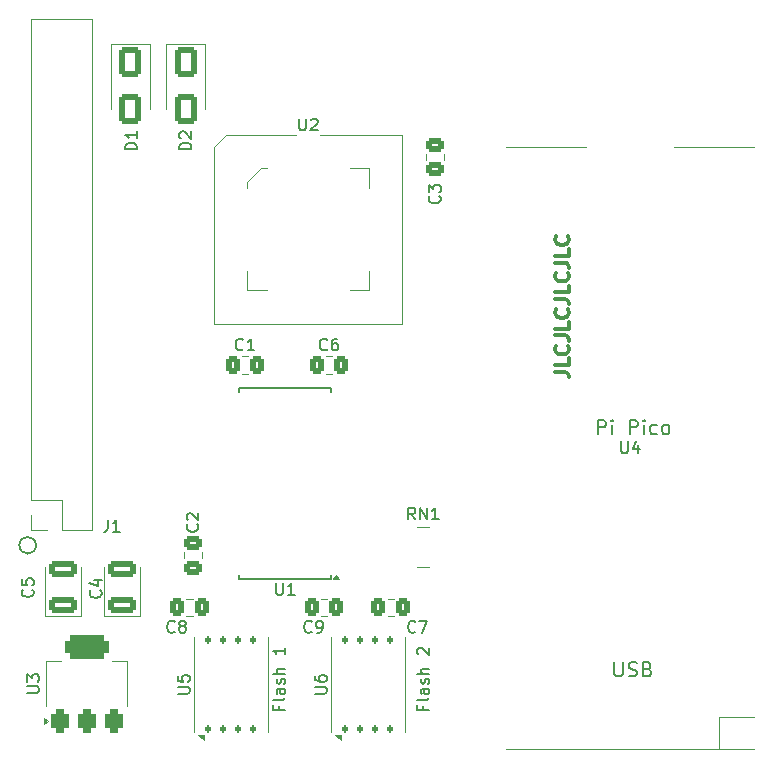
<source format=gto>
G04 #@! TF.GenerationSoftware,KiCad,Pcbnew,8.0.9*
G04 #@! TF.CreationDate,2025-05-10T12:34:34+01:00*
G04 #@! TF.ProjectId,megaflash,6d656761-666c-4617-9368-2e6b69636164,rev?*
G04 #@! TF.SameCoordinates,Original*
G04 #@! TF.FileFunction,Legend,Top*
G04 #@! TF.FilePolarity,Positive*
%FSLAX46Y46*%
G04 Gerber Fmt 4.6, Leading zero omitted, Abs format (unit mm)*
G04 Created by KiCad (PCBNEW 8.0.9) date 2025-05-10 12:34:34*
%MOMM*%
%LPD*%
G01*
G04 APERTURE LIST*
G04 Aperture macros list*
%AMRoundRect*
0 Rectangle with rounded corners*
0 $1 Rounding radius*
0 $2 $3 $4 $5 $6 $7 $8 $9 X,Y pos of 4 corners*
0 Add a 4 corners polygon primitive as box body*
4,1,4,$2,$3,$4,$5,$6,$7,$8,$9,$2,$3,0*
0 Add four circle primitives for the rounded corners*
1,1,$1+$1,$2,$3*
1,1,$1+$1,$4,$5*
1,1,$1+$1,$6,$7*
1,1,$1+$1,$8,$9*
0 Add four rect primitives between the rounded corners*
20,1,$1+$1,$2,$3,$4,$5,0*
20,1,$1+$1,$4,$5,$6,$7,0*
20,1,$1+$1,$6,$7,$8,$9,0*
20,1,$1+$1,$8,$9,$2,$3,0*%
G04 Aperture macros list end*
%ADD10C,0.150000*%
%ADD11C,0.300000*%
%ADD12C,0.120000*%
%ADD13C,0.100000*%
%ADD14O,1.800000X1.800000*%
%ADD15O,1.500000X1.500000*%
%ADD16R,3.500000X1.700000*%
%ADD17R,1.200000X0.400000*%
%ADD18RoundRect,0.250000X0.337500X0.475000X-0.337500X0.475000X-0.337500X-0.475000X0.337500X-0.475000X0*%
%ADD19RoundRect,0.125000X0.125000X-0.200000X0.125000X0.200000X-0.125000X0.200000X-0.125000X-0.200000X0*%
%ADD20R,4.300000X3.400000*%
%ADD21RoundRect,0.250000X0.925000X-0.412500X0.925000X0.412500X-0.925000X0.412500X-0.925000X-0.412500X0*%
%ADD22R,1.700000X1.700000*%
%ADD23O,1.700000X1.700000*%
%ADD24RoundRect,0.375000X0.375000X-0.625000X0.375000X0.625000X-0.375000X0.625000X-0.375000X-0.625000X0*%
%ADD25RoundRect,0.500000X1.400000X-0.500000X1.400000X0.500000X-1.400000X0.500000X-1.400000X-0.500000X0*%
%ADD26R,0.700000X1.925000*%
%ADD27R,1.925000X0.700000*%
%ADD28RoundRect,0.250000X-0.337500X-0.475000X0.337500X-0.475000X0.337500X0.475000X-0.337500X0.475000X0*%
%ADD29RoundRect,0.250000X-0.475000X0.337500X-0.475000X-0.337500X0.475000X-0.337500X0.475000X0.337500X0*%
%ADD30RoundRect,0.250000X-0.650000X1.000000X-0.650000X-1.000000X0.650000X-1.000000X0.650000X1.000000X0*%
%ADD31R,0.800000X0.500000*%
%ADD32R,0.800000X0.400000*%
G04 APERTURE END LIST*
D10*
X70707107Y-96250000D02*
G75*
G02*
X69292893Y-96250000I-707107J0D01*
G01*
X69292893Y-96250000D02*
G75*
G02*
X70707107Y-96250000I707107J0D01*
G01*
X91246009Y-109879887D02*
X91246009Y-110213220D01*
X91769819Y-110213220D02*
X90769819Y-110213220D01*
X90769819Y-110213220D02*
X90769819Y-109737030D01*
X91769819Y-109213220D02*
X91722200Y-109308458D01*
X91722200Y-109308458D02*
X91626961Y-109356077D01*
X91626961Y-109356077D02*
X90769819Y-109356077D01*
X91769819Y-108403696D02*
X91246009Y-108403696D01*
X91246009Y-108403696D02*
X91150771Y-108451315D01*
X91150771Y-108451315D02*
X91103152Y-108546553D01*
X91103152Y-108546553D02*
X91103152Y-108737029D01*
X91103152Y-108737029D02*
X91150771Y-108832267D01*
X91722200Y-108403696D02*
X91769819Y-108498934D01*
X91769819Y-108498934D02*
X91769819Y-108737029D01*
X91769819Y-108737029D02*
X91722200Y-108832267D01*
X91722200Y-108832267D02*
X91626961Y-108879886D01*
X91626961Y-108879886D02*
X91531723Y-108879886D01*
X91531723Y-108879886D02*
X91436485Y-108832267D01*
X91436485Y-108832267D02*
X91388866Y-108737029D01*
X91388866Y-108737029D02*
X91388866Y-108498934D01*
X91388866Y-108498934D02*
X91341247Y-108403696D01*
X91722200Y-107975124D02*
X91769819Y-107879886D01*
X91769819Y-107879886D02*
X91769819Y-107689410D01*
X91769819Y-107689410D02*
X91722200Y-107594172D01*
X91722200Y-107594172D02*
X91626961Y-107546553D01*
X91626961Y-107546553D02*
X91579342Y-107546553D01*
X91579342Y-107546553D02*
X91484104Y-107594172D01*
X91484104Y-107594172D02*
X91436485Y-107689410D01*
X91436485Y-107689410D02*
X91436485Y-107832267D01*
X91436485Y-107832267D02*
X91388866Y-107927505D01*
X91388866Y-107927505D02*
X91293628Y-107975124D01*
X91293628Y-107975124D02*
X91246009Y-107975124D01*
X91246009Y-107975124D02*
X91150771Y-107927505D01*
X91150771Y-107927505D02*
X91103152Y-107832267D01*
X91103152Y-107832267D02*
X91103152Y-107689410D01*
X91103152Y-107689410D02*
X91150771Y-107594172D01*
X91769819Y-107117981D02*
X90769819Y-107117981D01*
X91769819Y-106689410D02*
X91246009Y-106689410D01*
X91246009Y-106689410D02*
X91150771Y-106737029D01*
X91150771Y-106737029D02*
X91103152Y-106832267D01*
X91103152Y-106832267D02*
X91103152Y-106975124D01*
X91103152Y-106975124D02*
X91150771Y-107070362D01*
X91150771Y-107070362D02*
X91198390Y-107117981D01*
X91769819Y-104927505D02*
X91769819Y-105498933D01*
X91769819Y-105213219D02*
X90769819Y-105213219D01*
X90769819Y-105213219D02*
X90912676Y-105308457D01*
X90912676Y-105308457D02*
X91007914Y-105403695D01*
X91007914Y-105403695D02*
X91055533Y-105498933D01*
X103446009Y-109879887D02*
X103446009Y-110213220D01*
X103969819Y-110213220D02*
X102969819Y-110213220D01*
X102969819Y-110213220D02*
X102969819Y-109737030D01*
X103969819Y-109213220D02*
X103922200Y-109308458D01*
X103922200Y-109308458D02*
X103826961Y-109356077D01*
X103826961Y-109356077D02*
X102969819Y-109356077D01*
X103969819Y-108403696D02*
X103446009Y-108403696D01*
X103446009Y-108403696D02*
X103350771Y-108451315D01*
X103350771Y-108451315D02*
X103303152Y-108546553D01*
X103303152Y-108546553D02*
X103303152Y-108737029D01*
X103303152Y-108737029D02*
X103350771Y-108832267D01*
X103922200Y-108403696D02*
X103969819Y-108498934D01*
X103969819Y-108498934D02*
X103969819Y-108737029D01*
X103969819Y-108737029D02*
X103922200Y-108832267D01*
X103922200Y-108832267D02*
X103826961Y-108879886D01*
X103826961Y-108879886D02*
X103731723Y-108879886D01*
X103731723Y-108879886D02*
X103636485Y-108832267D01*
X103636485Y-108832267D02*
X103588866Y-108737029D01*
X103588866Y-108737029D02*
X103588866Y-108498934D01*
X103588866Y-108498934D02*
X103541247Y-108403696D01*
X103922200Y-107975124D02*
X103969819Y-107879886D01*
X103969819Y-107879886D02*
X103969819Y-107689410D01*
X103969819Y-107689410D02*
X103922200Y-107594172D01*
X103922200Y-107594172D02*
X103826961Y-107546553D01*
X103826961Y-107546553D02*
X103779342Y-107546553D01*
X103779342Y-107546553D02*
X103684104Y-107594172D01*
X103684104Y-107594172D02*
X103636485Y-107689410D01*
X103636485Y-107689410D02*
X103636485Y-107832267D01*
X103636485Y-107832267D02*
X103588866Y-107927505D01*
X103588866Y-107927505D02*
X103493628Y-107975124D01*
X103493628Y-107975124D02*
X103446009Y-107975124D01*
X103446009Y-107975124D02*
X103350771Y-107927505D01*
X103350771Y-107927505D02*
X103303152Y-107832267D01*
X103303152Y-107832267D02*
X103303152Y-107689410D01*
X103303152Y-107689410D02*
X103350771Y-107594172D01*
X103969819Y-107117981D02*
X102969819Y-107117981D01*
X103969819Y-106689410D02*
X103446009Y-106689410D01*
X103446009Y-106689410D02*
X103350771Y-106737029D01*
X103350771Y-106737029D02*
X103303152Y-106832267D01*
X103303152Y-106832267D02*
X103303152Y-106975124D01*
X103303152Y-106975124D02*
X103350771Y-107070362D01*
X103350771Y-107070362D02*
X103398390Y-107117981D01*
X103065057Y-105498933D02*
X103017438Y-105451314D01*
X103017438Y-105451314D02*
X102969819Y-105356076D01*
X102969819Y-105356076D02*
X102969819Y-105117981D01*
X102969819Y-105117981D02*
X103017438Y-105022743D01*
X103017438Y-105022743D02*
X103065057Y-104975124D01*
X103065057Y-104975124D02*
X103160295Y-104927505D01*
X103160295Y-104927505D02*
X103255533Y-104927505D01*
X103255533Y-104927505D02*
X103398390Y-104975124D01*
X103398390Y-104975124D02*
X103969819Y-105546552D01*
X103969819Y-105546552D02*
X103969819Y-104927505D01*
X119684398Y-106145342D02*
X119684398Y-107116771D01*
X119684398Y-107116771D02*
X119741541Y-107231057D01*
X119741541Y-107231057D02*
X119798684Y-107288200D01*
X119798684Y-107288200D02*
X119912969Y-107345342D01*
X119912969Y-107345342D02*
X120141541Y-107345342D01*
X120141541Y-107345342D02*
X120255826Y-107288200D01*
X120255826Y-107288200D02*
X120312969Y-107231057D01*
X120312969Y-107231057D02*
X120370112Y-107116771D01*
X120370112Y-107116771D02*
X120370112Y-106145342D01*
X120884398Y-107288200D02*
X121055827Y-107345342D01*
X121055827Y-107345342D02*
X121341541Y-107345342D01*
X121341541Y-107345342D02*
X121455827Y-107288200D01*
X121455827Y-107288200D02*
X121512969Y-107231057D01*
X121512969Y-107231057D02*
X121570112Y-107116771D01*
X121570112Y-107116771D02*
X121570112Y-107002485D01*
X121570112Y-107002485D02*
X121512969Y-106888200D01*
X121512969Y-106888200D02*
X121455827Y-106831057D01*
X121455827Y-106831057D02*
X121341541Y-106773914D01*
X121341541Y-106773914D02*
X121112969Y-106716771D01*
X121112969Y-106716771D02*
X120998684Y-106659628D01*
X120998684Y-106659628D02*
X120941541Y-106602485D01*
X120941541Y-106602485D02*
X120884398Y-106488200D01*
X120884398Y-106488200D02*
X120884398Y-106373914D01*
X120884398Y-106373914D02*
X120941541Y-106259628D01*
X120941541Y-106259628D02*
X120998684Y-106202485D01*
X120998684Y-106202485D02*
X121112969Y-106145342D01*
X121112969Y-106145342D02*
X121398684Y-106145342D01*
X121398684Y-106145342D02*
X121570112Y-106202485D01*
X122484398Y-106716771D02*
X122655826Y-106773914D01*
X122655826Y-106773914D02*
X122712969Y-106831057D01*
X122712969Y-106831057D02*
X122770112Y-106945342D01*
X122770112Y-106945342D02*
X122770112Y-107116771D01*
X122770112Y-107116771D02*
X122712969Y-107231057D01*
X122712969Y-107231057D02*
X122655826Y-107288200D01*
X122655826Y-107288200D02*
X122541541Y-107345342D01*
X122541541Y-107345342D02*
X122084398Y-107345342D01*
X122084398Y-107345342D02*
X122084398Y-106145342D01*
X122084398Y-106145342D02*
X122484398Y-106145342D01*
X122484398Y-106145342D02*
X122598684Y-106202485D01*
X122598684Y-106202485D02*
X122655826Y-106259628D01*
X122655826Y-106259628D02*
X122712969Y-106373914D01*
X122712969Y-106373914D02*
X122712969Y-106488200D01*
X122712969Y-106488200D02*
X122655826Y-106602485D01*
X122655826Y-106602485D02*
X122598684Y-106659628D01*
X122598684Y-106659628D02*
X122484398Y-106716771D01*
X122484398Y-106716771D02*
X122084398Y-106716771D01*
D11*
X114637542Y-81574060D02*
X115494685Y-81574060D01*
X115494685Y-81574060D02*
X115666114Y-81631203D01*
X115666114Y-81631203D02*
X115780400Y-81745489D01*
X115780400Y-81745489D02*
X115837542Y-81916917D01*
X115837542Y-81916917D02*
X115837542Y-82031203D01*
X115837542Y-80431203D02*
X115837542Y-81002631D01*
X115837542Y-81002631D02*
X114637542Y-81002631D01*
X115723257Y-79345488D02*
X115780400Y-79402631D01*
X115780400Y-79402631D02*
X115837542Y-79574059D01*
X115837542Y-79574059D02*
X115837542Y-79688345D01*
X115837542Y-79688345D02*
X115780400Y-79859774D01*
X115780400Y-79859774D02*
X115666114Y-79974059D01*
X115666114Y-79974059D02*
X115551828Y-80031202D01*
X115551828Y-80031202D02*
X115323257Y-80088345D01*
X115323257Y-80088345D02*
X115151828Y-80088345D01*
X115151828Y-80088345D02*
X114923257Y-80031202D01*
X114923257Y-80031202D02*
X114808971Y-79974059D01*
X114808971Y-79974059D02*
X114694685Y-79859774D01*
X114694685Y-79859774D02*
X114637542Y-79688345D01*
X114637542Y-79688345D02*
X114637542Y-79574059D01*
X114637542Y-79574059D02*
X114694685Y-79402631D01*
X114694685Y-79402631D02*
X114751828Y-79345488D01*
X114637542Y-78488345D02*
X115494685Y-78488345D01*
X115494685Y-78488345D02*
X115666114Y-78545488D01*
X115666114Y-78545488D02*
X115780400Y-78659774D01*
X115780400Y-78659774D02*
X115837542Y-78831202D01*
X115837542Y-78831202D02*
X115837542Y-78945488D01*
X115837542Y-77345488D02*
X115837542Y-77916916D01*
X115837542Y-77916916D02*
X114637542Y-77916916D01*
X115723257Y-76259773D02*
X115780400Y-76316916D01*
X115780400Y-76316916D02*
X115837542Y-76488344D01*
X115837542Y-76488344D02*
X115837542Y-76602630D01*
X115837542Y-76602630D02*
X115780400Y-76774059D01*
X115780400Y-76774059D02*
X115666114Y-76888344D01*
X115666114Y-76888344D02*
X115551828Y-76945487D01*
X115551828Y-76945487D02*
X115323257Y-77002630D01*
X115323257Y-77002630D02*
X115151828Y-77002630D01*
X115151828Y-77002630D02*
X114923257Y-76945487D01*
X114923257Y-76945487D02*
X114808971Y-76888344D01*
X114808971Y-76888344D02*
X114694685Y-76774059D01*
X114694685Y-76774059D02*
X114637542Y-76602630D01*
X114637542Y-76602630D02*
X114637542Y-76488344D01*
X114637542Y-76488344D02*
X114694685Y-76316916D01*
X114694685Y-76316916D02*
X114751828Y-76259773D01*
X114637542Y-75402630D02*
X115494685Y-75402630D01*
X115494685Y-75402630D02*
X115666114Y-75459773D01*
X115666114Y-75459773D02*
X115780400Y-75574059D01*
X115780400Y-75574059D02*
X115837542Y-75745487D01*
X115837542Y-75745487D02*
X115837542Y-75859773D01*
X115837542Y-74259773D02*
X115837542Y-74831201D01*
X115837542Y-74831201D02*
X114637542Y-74831201D01*
X115723257Y-73174058D02*
X115780400Y-73231201D01*
X115780400Y-73231201D02*
X115837542Y-73402629D01*
X115837542Y-73402629D02*
X115837542Y-73516915D01*
X115837542Y-73516915D02*
X115780400Y-73688344D01*
X115780400Y-73688344D02*
X115666114Y-73802629D01*
X115666114Y-73802629D02*
X115551828Y-73859772D01*
X115551828Y-73859772D02*
X115323257Y-73916915D01*
X115323257Y-73916915D02*
X115151828Y-73916915D01*
X115151828Y-73916915D02*
X114923257Y-73859772D01*
X114923257Y-73859772D02*
X114808971Y-73802629D01*
X114808971Y-73802629D02*
X114694685Y-73688344D01*
X114694685Y-73688344D02*
X114637542Y-73516915D01*
X114637542Y-73516915D02*
X114637542Y-73402629D01*
X114637542Y-73402629D02*
X114694685Y-73231201D01*
X114694685Y-73231201D02*
X114751828Y-73174058D01*
X114637542Y-72316915D02*
X115494685Y-72316915D01*
X115494685Y-72316915D02*
X115666114Y-72374058D01*
X115666114Y-72374058D02*
X115780400Y-72488344D01*
X115780400Y-72488344D02*
X115837542Y-72659772D01*
X115837542Y-72659772D02*
X115837542Y-72774058D01*
X115837542Y-71174058D02*
X115837542Y-71745486D01*
X115837542Y-71745486D02*
X114637542Y-71745486D01*
X115723257Y-70088343D02*
X115780400Y-70145486D01*
X115780400Y-70145486D02*
X115837542Y-70316914D01*
X115837542Y-70316914D02*
X115837542Y-70431200D01*
X115837542Y-70431200D02*
X115780400Y-70602629D01*
X115780400Y-70602629D02*
X115666114Y-70716914D01*
X115666114Y-70716914D02*
X115551828Y-70774057D01*
X115551828Y-70774057D02*
X115323257Y-70831200D01*
X115323257Y-70831200D02*
X115151828Y-70831200D01*
X115151828Y-70831200D02*
X114923257Y-70774057D01*
X114923257Y-70774057D02*
X114808971Y-70716914D01*
X114808971Y-70716914D02*
X114694685Y-70602629D01*
X114694685Y-70602629D02*
X114637542Y-70431200D01*
X114637542Y-70431200D02*
X114637542Y-70316914D01*
X114637542Y-70316914D02*
X114694685Y-70145486D01*
X114694685Y-70145486D02*
X114751828Y-70088343D01*
D10*
X118284398Y-86845342D02*
X118284398Y-85645342D01*
X118284398Y-85645342D02*
X118741541Y-85645342D01*
X118741541Y-85645342D02*
X118855826Y-85702485D01*
X118855826Y-85702485D02*
X118912969Y-85759628D01*
X118912969Y-85759628D02*
X118970112Y-85873914D01*
X118970112Y-85873914D02*
X118970112Y-86045342D01*
X118970112Y-86045342D02*
X118912969Y-86159628D01*
X118912969Y-86159628D02*
X118855826Y-86216771D01*
X118855826Y-86216771D02*
X118741541Y-86273914D01*
X118741541Y-86273914D02*
X118284398Y-86273914D01*
X119484398Y-86845342D02*
X119484398Y-86045342D01*
X119484398Y-85645342D02*
X119427255Y-85702485D01*
X119427255Y-85702485D02*
X119484398Y-85759628D01*
X119484398Y-85759628D02*
X119541541Y-85702485D01*
X119541541Y-85702485D02*
X119484398Y-85645342D01*
X119484398Y-85645342D02*
X119484398Y-85759628D01*
X120970113Y-86845342D02*
X120970113Y-85645342D01*
X120970113Y-85645342D02*
X121427256Y-85645342D01*
X121427256Y-85645342D02*
X121541541Y-85702485D01*
X121541541Y-85702485D02*
X121598684Y-85759628D01*
X121598684Y-85759628D02*
X121655827Y-85873914D01*
X121655827Y-85873914D02*
X121655827Y-86045342D01*
X121655827Y-86045342D02*
X121598684Y-86159628D01*
X121598684Y-86159628D02*
X121541541Y-86216771D01*
X121541541Y-86216771D02*
X121427256Y-86273914D01*
X121427256Y-86273914D02*
X120970113Y-86273914D01*
X122170113Y-86845342D02*
X122170113Y-86045342D01*
X122170113Y-85645342D02*
X122112970Y-85702485D01*
X122112970Y-85702485D02*
X122170113Y-85759628D01*
X122170113Y-85759628D02*
X122227256Y-85702485D01*
X122227256Y-85702485D02*
X122170113Y-85645342D01*
X122170113Y-85645342D02*
X122170113Y-85759628D01*
X123255828Y-86788200D02*
X123141542Y-86845342D01*
X123141542Y-86845342D02*
X122912970Y-86845342D01*
X122912970Y-86845342D02*
X122798685Y-86788200D01*
X122798685Y-86788200D02*
X122741542Y-86731057D01*
X122741542Y-86731057D02*
X122684399Y-86616771D01*
X122684399Y-86616771D02*
X122684399Y-86273914D01*
X122684399Y-86273914D02*
X122741542Y-86159628D01*
X122741542Y-86159628D02*
X122798685Y-86102485D01*
X122798685Y-86102485D02*
X122912970Y-86045342D01*
X122912970Y-86045342D02*
X123141542Y-86045342D01*
X123141542Y-86045342D02*
X123255828Y-86102485D01*
X123941541Y-86845342D02*
X123827256Y-86788200D01*
X123827256Y-86788200D02*
X123770113Y-86731057D01*
X123770113Y-86731057D02*
X123712970Y-86616771D01*
X123712970Y-86616771D02*
X123712970Y-86273914D01*
X123712970Y-86273914D02*
X123770113Y-86159628D01*
X123770113Y-86159628D02*
X123827256Y-86102485D01*
X123827256Y-86102485D02*
X123941541Y-86045342D01*
X123941541Y-86045342D02*
X124112970Y-86045342D01*
X124112970Y-86045342D02*
X124227256Y-86102485D01*
X124227256Y-86102485D02*
X124284399Y-86159628D01*
X124284399Y-86159628D02*
X124341541Y-86273914D01*
X124341541Y-86273914D02*
X124341541Y-86616771D01*
X124341541Y-86616771D02*
X124284399Y-86731057D01*
X124284399Y-86731057D02*
X124227256Y-86788200D01*
X124227256Y-86788200D02*
X124112970Y-86845342D01*
X124112970Y-86845342D02*
X123941541Y-86845342D01*
X120238095Y-87454819D02*
X120238095Y-88264342D01*
X120238095Y-88264342D02*
X120285714Y-88359580D01*
X120285714Y-88359580D02*
X120333333Y-88407200D01*
X120333333Y-88407200D02*
X120428571Y-88454819D01*
X120428571Y-88454819D02*
X120619047Y-88454819D01*
X120619047Y-88454819D02*
X120714285Y-88407200D01*
X120714285Y-88407200D02*
X120761904Y-88359580D01*
X120761904Y-88359580D02*
X120809523Y-88264342D01*
X120809523Y-88264342D02*
X120809523Y-87454819D01*
X121714285Y-87788152D02*
X121714285Y-88454819D01*
X121476190Y-87407200D02*
X121238095Y-88121485D01*
X121238095Y-88121485D02*
X121857142Y-88121485D01*
X91038095Y-99454819D02*
X91038095Y-100264342D01*
X91038095Y-100264342D02*
X91085714Y-100359580D01*
X91085714Y-100359580D02*
X91133333Y-100407200D01*
X91133333Y-100407200D02*
X91228571Y-100454819D01*
X91228571Y-100454819D02*
X91419047Y-100454819D01*
X91419047Y-100454819D02*
X91514285Y-100407200D01*
X91514285Y-100407200D02*
X91561904Y-100359580D01*
X91561904Y-100359580D02*
X91609523Y-100264342D01*
X91609523Y-100264342D02*
X91609523Y-99454819D01*
X92609523Y-100454819D02*
X92038095Y-100454819D01*
X92323809Y-100454819D02*
X92323809Y-99454819D01*
X92323809Y-99454819D02*
X92228571Y-99597676D01*
X92228571Y-99597676D02*
X92133333Y-99692914D01*
X92133333Y-99692914D02*
X92038095Y-99740533D01*
X94033333Y-103559580D02*
X93985714Y-103607200D01*
X93985714Y-103607200D02*
X93842857Y-103654819D01*
X93842857Y-103654819D02*
X93747619Y-103654819D01*
X93747619Y-103654819D02*
X93604762Y-103607200D01*
X93604762Y-103607200D02*
X93509524Y-103511961D01*
X93509524Y-103511961D02*
X93461905Y-103416723D01*
X93461905Y-103416723D02*
X93414286Y-103226247D01*
X93414286Y-103226247D02*
X93414286Y-103083390D01*
X93414286Y-103083390D02*
X93461905Y-102892914D01*
X93461905Y-102892914D02*
X93509524Y-102797676D01*
X93509524Y-102797676D02*
X93604762Y-102702438D01*
X93604762Y-102702438D02*
X93747619Y-102654819D01*
X93747619Y-102654819D02*
X93842857Y-102654819D01*
X93842857Y-102654819D02*
X93985714Y-102702438D01*
X93985714Y-102702438D02*
X94033333Y-102750057D01*
X94509524Y-103654819D02*
X94700000Y-103654819D01*
X94700000Y-103654819D02*
X94795238Y-103607200D01*
X94795238Y-103607200D02*
X94842857Y-103559580D01*
X94842857Y-103559580D02*
X94938095Y-103416723D01*
X94938095Y-103416723D02*
X94985714Y-103226247D01*
X94985714Y-103226247D02*
X94985714Y-102845295D01*
X94985714Y-102845295D02*
X94938095Y-102750057D01*
X94938095Y-102750057D02*
X94890476Y-102702438D01*
X94890476Y-102702438D02*
X94795238Y-102654819D01*
X94795238Y-102654819D02*
X94604762Y-102654819D01*
X94604762Y-102654819D02*
X94509524Y-102702438D01*
X94509524Y-102702438D02*
X94461905Y-102750057D01*
X94461905Y-102750057D02*
X94414286Y-102845295D01*
X94414286Y-102845295D02*
X94414286Y-103083390D01*
X94414286Y-103083390D02*
X94461905Y-103178628D01*
X94461905Y-103178628D02*
X94509524Y-103226247D01*
X94509524Y-103226247D02*
X94604762Y-103273866D01*
X94604762Y-103273866D02*
X94795238Y-103273866D01*
X94795238Y-103273866D02*
X94890476Y-103226247D01*
X94890476Y-103226247D02*
X94938095Y-103178628D01*
X94938095Y-103178628D02*
X94985714Y-103083390D01*
X94304819Y-108811904D02*
X95114342Y-108811904D01*
X95114342Y-108811904D02*
X95209580Y-108764285D01*
X95209580Y-108764285D02*
X95257200Y-108716666D01*
X95257200Y-108716666D02*
X95304819Y-108621428D01*
X95304819Y-108621428D02*
X95304819Y-108430952D01*
X95304819Y-108430952D02*
X95257200Y-108335714D01*
X95257200Y-108335714D02*
X95209580Y-108288095D01*
X95209580Y-108288095D02*
X95114342Y-108240476D01*
X95114342Y-108240476D02*
X94304819Y-108240476D01*
X94304819Y-107335714D02*
X94304819Y-107526190D01*
X94304819Y-107526190D02*
X94352438Y-107621428D01*
X94352438Y-107621428D02*
X94400057Y-107669047D01*
X94400057Y-107669047D02*
X94542914Y-107764285D01*
X94542914Y-107764285D02*
X94733390Y-107811904D01*
X94733390Y-107811904D02*
X95114342Y-107811904D01*
X95114342Y-107811904D02*
X95209580Y-107764285D01*
X95209580Y-107764285D02*
X95257200Y-107716666D01*
X95257200Y-107716666D02*
X95304819Y-107621428D01*
X95304819Y-107621428D02*
X95304819Y-107430952D01*
X95304819Y-107430952D02*
X95257200Y-107335714D01*
X95257200Y-107335714D02*
X95209580Y-107288095D01*
X95209580Y-107288095D02*
X95114342Y-107240476D01*
X95114342Y-107240476D02*
X94876247Y-107240476D01*
X94876247Y-107240476D02*
X94781009Y-107288095D01*
X94781009Y-107288095D02*
X94733390Y-107335714D01*
X94733390Y-107335714D02*
X94685771Y-107430952D01*
X94685771Y-107430952D02*
X94685771Y-107621428D01*
X94685771Y-107621428D02*
X94733390Y-107716666D01*
X94733390Y-107716666D02*
X94781009Y-107764285D01*
X94781009Y-107764285D02*
X94876247Y-107811904D01*
X70409580Y-100016666D02*
X70457200Y-100064285D01*
X70457200Y-100064285D02*
X70504819Y-100207142D01*
X70504819Y-100207142D02*
X70504819Y-100302380D01*
X70504819Y-100302380D02*
X70457200Y-100445237D01*
X70457200Y-100445237D02*
X70361961Y-100540475D01*
X70361961Y-100540475D02*
X70266723Y-100588094D01*
X70266723Y-100588094D02*
X70076247Y-100635713D01*
X70076247Y-100635713D02*
X69933390Y-100635713D01*
X69933390Y-100635713D02*
X69742914Y-100588094D01*
X69742914Y-100588094D02*
X69647676Y-100540475D01*
X69647676Y-100540475D02*
X69552438Y-100445237D01*
X69552438Y-100445237D02*
X69504819Y-100302380D01*
X69504819Y-100302380D02*
X69504819Y-100207142D01*
X69504819Y-100207142D02*
X69552438Y-100064285D01*
X69552438Y-100064285D02*
X69600057Y-100016666D01*
X69504819Y-99111904D02*
X69504819Y-99588094D01*
X69504819Y-99588094D02*
X69981009Y-99635713D01*
X69981009Y-99635713D02*
X69933390Y-99588094D01*
X69933390Y-99588094D02*
X69885771Y-99492856D01*
X69885771Y-99492856D02*
X69885771Y-99254761D01*
X69885771Y-99254761D02*
X69933390Y-99159523D01*
X69933390Y-99159523D02*
X69981009Y-99111904D01*
X69981009Y-99111904D02*
X70076247Y-99064285D01*
X70076247Y-99064285D02*
X70314342Y-99064285D01*
X70314342Y-99064285D02*
X70409580Y-99111904D01*
X70409580Y-99111904D02*
X70457200Y-99159523D01*
X70457200Y-99159523D02*
X70504819Y-99254761D01*
X70504819Y-99254761D02*
X70504819Y-99492856D01*
X70504819Y-99492856D02*
X70457200Y-99588094D01*
X70457200Y-99588094D02*
X70409580Y-99635713D01*
X102833333Y-103559580D02*
X102785714Y-103607200D01*
X102785714Y-103607200D02*
X102642857Y-103654819D01*
X102642857Y-103654819D02*
X102547619Y-103654819D01*
X102547619Y-103654819D02*
X102404762Y-103607200D01*
X102404762Y-103607200D02*
X102309524Y-103511961D01*
X102309524Y-103511961D02*
X102261905Y-103416723D01*
X102261905Y-103416723D02*
X102214286Y-103226247D01*
X102214286Y-103226247D02*
X102214286Y-103083390D01*
X102214286Y-103083390D02*
X102261905Y-102892914D01*
X102261905Y-102892914D02*
X102309524Y-102797676D01*
X102309524Y-102797676D02*
X102404762Y-102702438D01*
X102404762Y-102702438D02*
X102547619Y-102654819D01*
X102547619Y-102654819D02*
X102642857Y-102654819D01*
X102642857Y-102654819D02*
X102785714Y-102702438D01*
X102785714Y-102702438D02*
X102833333Y-102750057D01*
X103166667Y-102654819D02*
X103833333Y-102654819D01*
X103833333Y-102654819D02*
X103404762Y-103654819D01*
X76806666Y-94094819D02*
X76806666Y-94809104D01*
X76806666Y-94809104D02*
X76759047Y-94951961D01*
X76759047Y-94951961D02*
X76663809Y-95047200D01*
X76663809Y-95047200D02*
X76520952Y-95094819D01*
X76520952Y-95094819D02*
X76425714Y-95094819D01*
X77806666Y-95094819D02*
X77235238Y-95094819D01*
X77520952Y-95094819D02*
X77520952Y-94094819D01*
X77520952Y-94094819D02*
X77425714Y-94237676D01*
X77425714Y-94237676D02*
X77330476Y-94332914D01*
X77330476Y-94332914D02*
X77235238Y-94380533D01*
X69954819Y-108761904D02*
X70764342Y-108761904D01*
X70764342Y-108761904D02*
X70859580Y-108714285D01*
X70859580Y-108714285D02*
X70907200Y-108666666D01*
X70907200Y-108666666D02*
X70954819Y-108571428D01*
X70954819Y-108571428D02*
X70954819Y-108380952D01*
X70954819Y-108380952D02*
X70907200Y-108285714D01*
X70907200Y-108285714D02*
X70859580Y-108238095D01*
X70859580Y-108238095D02*
X70764342Y-108190476D01*
X70764342Y-108190476D02*
X69954819Y-108190476D01*
X69954819Y-107809523D02*
X69954819Y-107190476D01*
X69954819Y-107190476D02*
X70335771Y-107523809D01*
X70335771Y-107523809D02*
X70335771Y-107380952D01*
X70335771Y-107380952D02*
X70383390Y-107285714D01*
X70383390Y-107285714D02*
X70431009Y-107238095D01*
X70431009Y-107238095D02*
X70526247Y-107190476D01*
X70526247Y-107190476D02*
X70764342Y-107190476D01*
X70764342Y-107190476D02*
X70859580Y-107238095D01*
X70859580Y-107238095D02*
X70907200Y-107285714D01*
X70907200Y-107285714D02*
X70954819Y-107380952D01*
X70954819Y-107380952D02*
X70954819Y-107666666D01*
X70954819Y-107666666D02*
X70907200Y-107761904D01*
X70907200Y-107761904D02*
X70859580Y-107809523D01*
X82433333Y-103559580D02*
X82385714Y-103607200D01*
X82385714Y-103607200D02*
X82242857Y-103654819D01*
X82242857Y-103654819D02*
X82147619Y-103654819D01*
X82147619Y-103654819D02*
X82004762Y-103607200D01*
X82004762Y-103607200D02*
X81909524Y-103511961D01*
X81909524Y-103511961D02*
X81861905Y-103416723D01*
X81861905Y-103416723D02*
X81814286Y-103226247D01*
X81814286Y-103226247D02*
X81814286Y-103083390D01*
X81814286Y-103083390D02*
X81861905Y-102892914D01*
X81861905Y-102892914D02*
X81909524Y-102797676D01*
X81909524Y-102797676D02*
X82004762Y-102702438D01*
X82004762Y-102702438D02*
X82147619Y-102654819D01*
X82147619Y-102654819D02*
X82242857Y-102654819D01*
X82242857Y-102654819D02*
X82385714Y-102702438D01*
X82385714Y-102702438D02*
X82433333Y-102750057D01*
X83004762Y-103083390D02*
X82909524Y-103035771D01*
X82909524Y-103035771D02*
X82861905Y-102988152D01*
X82861905Y-102988152D02*
X82814286Y-102892914D01*
X82814286Y-102892914D02*
X82814286Y-102845295D01*
X82814286Y-102845295D02*
X82861905Y-102750057D01*
X82861905Y-102750057D02*
X82909524Y-102702438D01*
X82909524Y-102702438D02*
X83004762Y-102654819D01*
X83004762Y-102654819D02*
X83195238Y-102654819D01*
X83195238Y-102654819D02*
X83290476Y-102702438D01*
X83290476Y-102702438D02*
X83338095Y-102750057D01*
X83338095Y-102750057D02*
X83385714Y-102845295D01*
X83385714Y-102845295D02*
X83385714Y-102892914D01*
X83385714Y-102892914D02*
X83338095Y-102988152D01*
X83338095Y-102988152D02*
X83290476Y-103035771D01*
X83290476Y-103035771D02*
X83195238Y-103083390D01*
X83195238Y-103083390D02*
X83004762Y-103083390D01*
X83004762Y-103083390D02*
X82909524Y-103131009D01*
X82909524Y-103131009D02*
X82861905Y-103178628D01*
X82861905Y-103178628D02*
X82814286Y-103273866D01*
X82814286Y-103273866D02*
X82814286Y-103464342D01*
X82814286Y-103464342D02*
X82861905Y-103559580D01*
X82861905Y-103559580D02*
X82909524Y-103607200D01*
X82909524Y-103607200D02*
X83004762Y-103654819D01*
X83004762Y-103654819D02*
X83195238Y-103654819D01*
X83195238Y-103654819D02*
X83290476Y-103607200D01*
X83290476Y-103607200D02*
X83338095Y-103559580D01*
X83338095Y-103559580D02*
X83385714Y-103464342D01*
X83385714Y-103464342D02*
X83385714Y-103273866D01*
X83385714Y-103273866D02*
X83338095Y-103178628D01*
X83338095Y-103178628D02*
X83290476Y-103131009D01*
X83290476Y-103131009D02*
X83195238Y-103083390D01*
X92988095Y-60129819D02*
X92988095Y-60939342D01*
X92988095Y-60939342D02*
X93035714Y-61034580D01*
X93035714Y-61034580D02*
X93083333Y-61082200D01*
X93083333Y-61082200D02*
X93178571Y-61129819D01*
X93178571Y-61129819D02*
X93369047Y-61129819D01*
X93369047Y-61129819D02*
X93464285Y-61082200D01*
X93464285Y-61082200D02*
X93511904Y-61034580D01*
X93511904Y-61034580D02*
X93559523Y-60939342D01*
X93559523Y-60939342D02*
X93559523Y-60129819D01*
X93988095Y-60225057D02*
X94035714Y-60177438D01*
X94035714Y-60177438D02*
X94130952Y-60129819D01*
X94130952Y-60129819D02*
X94369047Y-60129819D01*
X94369047Y-60129819D02*
X94464285Y-60177438D01*
X94464285Y-60177438D02*
X94511904Y-60225057D01*
X94511904Y-60225057D02*
X94559523Y-60320295D01*
X94559523Y-60320295D02*
X94559523Y-60415533D01*
X94559523Y-60415533D02*
X94511904Y-60558390D01*
X94511904Y-60558390D02*
X93940476Y-61129819D01*
X93940476Y-61129819D02*
X94559523Y-61129819D01*
X95358333Y-79659580D02*
X95310714Y-79707200D01*
X95310714Y-79707200D02*
X95167857Y-79754819D01*
X95167857Y-79754819D02*
X95072619Y-79754819D01*
X95072619Y-79754819D02*
X94929762Y-79707200D01*
X94929762Y-79707200D02*
X94834524Y-79611961D01*
X94834524Y-79611961D02*
X94786905Y-79516723D01*
X94786905Y-79516723D02*
X94739286Y-79326247D01*
X94739286Y-79326247D02*
X94739286Y-79183390D01*
X94739286Y-79183390D02*
X94786905Y-78992914D01*
X94786905Y-78992914D02*
X94834524Y-78897676D01*
X94834524Y-78897676D02*
X94929762Y-78802438D01*
X94929762Y-78802438D02*
X95072619Y-78754819D01*
X95072619Y-78754819D02*
X95167857Y-78754819D01*
X95167857Y-78754819D02*
X95310714Y-78802438D01*
X95310714Y-78802438D02*
X95358333Y-78850057D01*
X96215476Y-78754819D02*
X96025000Y-78754819D01*
X96025000Y-78754819D02*
X95929762Y-78802438D01*
X95929762Y-78802438D02*
X95882143Y-78850057D01*
X95882143Y-78850057D02*
X95786905Y-78992914D01*
X95786905Y-78992914D02*
X95739286Y-79183390D01*
X95739286Y-79183390D02*
X95739286Y-79564342D01*
X95739286Y-79564342D02*
X95786905Y-79659580D01*
X95786905Y-79659580D02*
X95834524Y-79707200D01*
X95834524Y-79707200D02*
X95929762Y-79754819D01*
X95929762Y-79754819D02*
X96120238Y-79754819D01*
X96120238Y-79754819D02*
X96215476Y-79707200D01*
X96215476Y-79707200D02*
X96263095Y-79659580D01*
X96263095Y-79659580D02*
X96310714Y-79564342D01*
X96310714Y-79564342D02*
X96310714Y-79326247D01*
X96310714Y-79326247D02*
X96263095Y-79231009D01*
X96263095Y-79231009D02*
X96215476Y-79183390D01*
X96215476Y-79183390D02*
X96120238Y-79135771D01*
X96120238Y-79135771D02*
X95929762Y-79135771D01*
X95929762Y-79135771D02*
X95834524Y-79183390D01*
X95834524Y-79183390D02*
X95786905Y-79231009D01*
X95786905Y-79231009D02*
X95739286Y-79326247D01*
X84359580Y-94466666D02*
X84407200Y-94514285D01*
X84407200Y-94514285D02*
X84454819Y-94657142D01*
X84454819Y-94657142D02*
X84454819Y-94752380D01*
X84454819Y-94752380D02*
X84407200Y-94895237D01*
X84407200Y-94895237D02*
X84311961Y-94990475D01*
X84311961Y-94990475D02*
X84216723Y-95038094D01*
X84216723Y-95038094D02*
X84026247Y-95085713D01*
X84026247Y-95085713D02*
X83883390Y-95085713D01*
X83883390Y-95085713D02*
X83692914Y-95038094D01*
X83692914Y-95038094D02*
X83597676Y-94990475D01*
X83597676Y-94990475D02*
X83502438Y-94895237D01*
X83502438Y-94895237D02*
X83454819Y-94752380D01*
X83454819Y-94752380D02*
X83454819Y-94657142D01*
X83454819Y-94657142D02*
X83502438Y-94514285D01*
X83502438Y-94514285D02*
X83550057Y-94466666D01*
X83550057Y-94085713D02*
X83502438Y-94038094D01*
X83502438Y-94038094D02*
X83454819Y-93942856D01*
X83454819Y-93942856D02*
X83454819Y-93704761D01*
X83454819Y-93704761D02*
X83502438Y-93609523D01*
X83502438Y-93609523D02*
X83550057Y-93561904D01*
X83550057Y-93561904D02*
X83645295Y-93514285D01*
X83645295Y-93514285D02*
X83740533Y-93514285D01*
X83740533Y-93514285D02*
X83883390Y-93561904D01*
X83883390Y-93561904D02*
X84454819Y-94133332D01*
X84454819Y-94133332D02*
X84454819Y-93514285D01*
X79254819Y-62738094D02*
X78254819Y-62738094D01*
X78254819Y-62738094D02*
X78254819Y-62499999D01*
X78254819Y-62499999D02*
X78302438Y-62357142D01*
X78302438Y-62357142D02*
X78397676Y-62261904D01*
X78397676Y-62261904D02*
X78492914Y-62214285D01*
X78492914Y-62214285D02*
X78683390Y-62166666D01*
X78683390Y-62166666D02*
X78826247Y-62166666D01*
X78826247Y-62166666D02*
X79016723Y-62214285D01*
X79016723Y-62214285D02*
X79111961Y-62261904D01*
X79111961Y-62261904D02*
X79207200Y-62357142D01*
X79207200Y-62357142D02*
X79254819Y-62499999D01*
X79254819Y-62499999D02*
X79254819Y-62738094D01*
X79254819Y-61214285D02*
X79254819Y-61785713D01*
X79254819Y-61499999D02*
X78254819Y-61499999D01*
X78254819Y-61499999D02*
X78397676Y-61595237D01*
X78397676Y-61595237D02*
X78492914Y-61690475D01*
X78492914Y-61690475D02*
X78540533Y-61785713D01*
X104859580Y-66691666D02*
X104907200Y-66739285D01*
X104907200Y-66739285D02*
X104954819Y-66882142D01*
X104954819Y-66882142D02*
X104954819Y-66977380D01*
X104954819Y-66977380D02*
X104907200Y-67120237D01*
X104907200Y-67120237D02*
X104811961Y-67215475D01*
X104811961Y-67215475D02*
X104716723Y-67263094D01*
X104716723Y-67263094D02*
X104526247Y-67310713D01*
X104526247Y-67310713D02*
X104383390Y-67310713D01*
X104383390Y-67310713D02*
X104192914Y-67263094D01*
X104192914Y-67263094D02*
X104097676Y-67215475D01*
X104097676Y-67215475D02*
X104002438Y-67120237D01*
X104002438Y-67120237D02*
X103954819Y-66977380D01*
X103954819Y-66977380D02*
X103954819Y-66882142D01*
X103954819Y-66882142D02*
X104002438Y-66739285D01*
X104002438Y-66739285D02*
X104050057Y-66691666D01*
X103954819Y-66358332D02*
X103954819Y-65739285D01*
X103954819Y-65739285D02*
X104335771Y-66072618D01*
X104335771Y-66072618D02*
X104335771Y-65929761D01*
X104335771Y-65929761D02*
X104383390Y-65834523D01*
X104383390Y-65834523D02*
X104431009Y-65786904D01*
X104431009Y-65786904D02*
X104526247Y-65739285D01*
X104526247Y-65739285D02*
X104764342Y-65739285D01*
X104764342Y-65739285D02*
X104859580Y-65786904D01*
X104859580Y-65786904D02*
X104907200Y-65834523D01*
X104907200Y-65834523D02*
X104954819Y-65929761D01*
X104954819Y-65929761D02*
X104954819Y-66215475D01*
X104954819Y-66215475D02*
X104907200Y-66310713D01*
X104907200Y-66310713D02*
X104859580Y-66358332D01*
X76159580Y-100066666D02*
X76207200Y-100114285D01*
X76207200Y-100114285D02*
X76254819Y-100257142D01*
X76254819Y-100257142D02*
X76254819Y-100352380D01*
X76254819Y-100352380D02*
X76207200Y-100495237D01*
X76207200Y-100495237D02*
X76111961Y-100590475D01*
X76111961Y-100590475D02*
X76016723Y-100638094D01*
X76016723Y-100638094D02*
X75826247Y-100685713D01*
X75826247Y-100685713D02*
X75683390Y-100685713D01*
X75683390Y-100685713D02*
X75492914Y-100638094D01*
X75492914Y-100638094D02*
X75397676Y-100590475D01*
X75397676Y-100590475D02*
X75302438Y-100495237D01*
X75302438Y-100495237D02*
X75254819Y-100352380D01*
X75254819Y-100352380D02*
X75254819Y-100257142D01*
X75254819Y-100257142D02*
X75302438Y-100114285D01*
X75302438Y-100114285D02*
X75350057Y-100066666D01*
X75588152Y-99209523D02*
X76254819Y-99209523D01*
X75207200Y-99447618D02*
X75921485Y-99685713D01*
X75921485Y-99685713D02*
X75921485Y-99066666D01*
X102809523Y-94054819D02*
X102476190Y-93578628D01*
X102238095Y-94054819D02*
X102238095Y-93054819D01*
X102238095Y-93054819D02*
X102619047Y-93054819D01*
X102619047Y-93054819D02*
X102714285Y-93102438D01*
X102714285Y-93102438D02*
X102761904Y-93150057D01*
X102761904Y-93150057D02*
X102809523Y-93245295D01*
X102809523Y-93245295D02*
X102809523Y-93388152D01*
X102809523Y-93388152D02*
X102761904Y-93483390D01*
X102761904Y-93483390D02*
X102714285Y-93531009D01*
X102714285Y-93531009D02*
X102619047Y-93578628D01*
X102619047Y-93578628D02*
X102238095Y-93578628D01*
X103238095Y-94054819D02*
X103238095Y-93054819D01*
X103238095Y-93054819D02*
X103809523Y-94054819D01*
X103809523Y-94054819D02*
X103809523Y-93054819D01*
X104809523Y-94054819D02*
X104238095Y-94054819D01*
X104523809Y-94054819D02*
X104523809Y-93054819D01*
X104523809Y-93054819D02*
X104428571Y-93197676D01*
X104428571Y-93197676D02*
X104333333Y-93292914D01*
X104333333Y-93292914D02*
X104238095Y-93340533D01*
X82704819Y-108811904D02*
X83514342Y-108811904D01*
X83514342Y-108811904D02*
X83609580Y-108764285D01*
X83609580Y-108764285D02*
X83657200Y-108716666D01*
X83657200Y-108716666D02*
X83704819Y-108621428D01*
X83704819Y-108621428D02*
X83704819Y-108430952D01*
X83704819Y-108430952D02*
X83657200Y-108335714D01*
X83657200Y-108335714D02*
X83609580Y-108288095D01*
X83609580Y-108288095D02*
X83514342Y-108240476D01*
X83514342Y-108240476D02*
X82704819Y-108240476D01*
X82704819Y-107288095D02*
X82704819Y-107764285D01*
X82704819Y-107764285D02*
X83181009Y-107811904D01*
X83181009Y-107811904D02*
X83133390Y-107764285D01*
X83133390Y-107764285D02*
X83085771Y-107669047D01*
X83085771Y-107669047D02*
X83085771Y-107430952D01*
X83085771Y-107430952D02*
X83133390Y-107335714D01*
X83133390Y-107335714D02*
X83181009Y-107288095D01*
X83181009Y-107288095D02*
X83276247Y-107240476D01*
X83276247Y-107240476D02*
X83514342Y-107240476D01*
X83514342Y-107240476D02*
X83609580Y-107288095D01*
X83609580Y-107288095D02*
X83657200Y-107335714D01*
X83657200Y-107335714D02*
X83704819Y-107430952D01*
X83704819Y-107430952D02*
X83704819Y-107669047D01*
X83704819Y-107669047D02*
X83657200Y-107764285D01*
X83657200Y-107764285D02*
X83609580Y-107811904D01*
X88233333Y-79659580D02*
X88185714Y-79707200D01*
X88185714Y-79707200D02*
X88042857Y-79754819D01*
X88042857Y-79754819D02*
X87947619Y-79754819D01*
X87947619Y-79754819D02*
X87804762Y-79707200D01*
X87804762Y-79707200D02*
X87709524Y-79611961D01*
X87709524Y-79611961D02*
X87661905Y-79516723D01*
X87661905Y-79516723D02*
X87614286Y-79326247D01*
X87614286Y-79326247D02*
X87614286Y-79183390D01*
X87614286Y-79183390D02*
X87661905Y-78992914D01*
X87661905Y-78992914D02*
X87709524Y-78897676D01*
X87709524Y-78897676D02*
X87804762Y-78802438D01*
X87804762Y-78802438D02*
X87947619Y-78754819D01*
X87947619Y-78754819D02*
X88042857Y-78754819D01*
X88042857Y-78754819D02*
X88185714Y-78802438D01*
X88185714Y-78802438D02*
X88233333Y-78850057D01*
X89185714Y-79754819D02*
X88614286Y-79754819D01*
X88900000Y-79754819D02*
X88900000Y-78754819D01*
X88900000Y-78754819D02*
X88804762Y-78897676D01*
X88804762Y-78897676D02*
X88709524Y-78992914D01*
X88709524Y-78992914D02*
X88614286Y-79040533D01*
X83854819Y-62738094D02*
X82854819Y-62738094D01*
X82854819Y-62738094D02*
X82854819Y-62499999D01*
X82854819Y-62499999D02*
X82902438Y-62357142D01*
X82902438Y-62357142D02*
X82997676Y-62261904D01*
X82997676Y-62261904D02*
X83092914Y-62214285D01*
X83092914Y-62214285D02*
X83283390Y-62166666D01*
X83283390Y-62166666D02*
X83426247Y-62166666D01*
X83426247Y-62166666D02*
X83616723Y-62214285D01*
X83616723Y-62214285D02*
X83711961Y-62261904D01*
X83711961Y-62261904D02*
X83807200Y-62357142D01*
X83807200Y-62357142D02*
X83854819Y-62499999D01*
X83854819Y-62499999D02*
X83854819Y-62738094D01*
X82950057Y-61785713D02*
X82902438Y-61738094D01*
X82902438Y-61738094D02*
X82854819Y-61642856D01*
X82854819Y-61642856D02*
X82854819Y-61404761D01*
X82854819Y-61404761D02*
X82902438Y-61309523D01*
X82902438Y-61309523D02*
X82950057Y-61261904D01*
X82950057Y-61261904D02*
X83045295Y-61214285D01*
X83045295Y-61214285D02*
X83140533Y-61214285D01*
X83140533Y-61214285D02*
X83283390Y-61261904D01*
X83283390Y-61261904D02*
X83854819Y-61833332D01*
X83854819Y-61833332D02*
X83854819Y-61214285D01*
D12*
X110500000Y-62500000D02*
X117300000Y-62500000D01*
X124700000Y-62500000D02*
X131500000Y-62500000D01*
X128493000Y-110833000D02*
X128493000Y-113500000D01*
X131500000Y-110833000D02*
X128493000Y-110833000D01*
X131500000Y-113500000D02*
X110500000Y-113500000D01*
D10*
X87925000Y-82925000D02*
X87925000Y-83272500D01*
X87925000Y-99075000D02*
X87925000Y-98727500D01*
X95675000Y-82925000D02*
X87925000Y-82925000D01*
X95675000Y-82925000D02*
X95675000Y-83272500D01*
X95675000Y-99075000D02*
X87925000Y-99075000D01*
X95675000Y-99075000D02*
X95675000Y-98727500D01*
D12*
X96365000Y-99105000D02*
X95885000Y-99105000D01*
X96125000Y-98775000D01*
X96365000Y-99105000D01*
G36*
X96365000Y-99105000D02*
G01*
X95885000Y-99105000D01*
X96125000Y-98775000D01*
X96365000Y-99105000D01*
G37*
X95361252Y-100765000D02*
X94838748Y-100765000D01*
X95361252Y-102235000D02*
X94838748Y-102235000D01*
X95690000Y-112040000D02*
X95690000Y-104050000D01*
X101910000Y-112050000D02*
X101910000Y-104050000D01*
X96490000Y-112760000D02*
X96010000Y-112280000D01*
X96490000Y-112280000D01*
X96490000Y-112760000D01*
G36*
X96490000Y-112760000D02*
G01*
X96010000Y-112280000D01*
X96490000Y-112280000D01*
X96490000Y-112760000D01*
G37*
X71490000Y-98050000D02*
X71490000Y-102260000D01*
X71490000Y-102260000D02*
X74510000Y-102260000D01*
X74510000Y-102260000D02*
X74510000Y-98050000D01*
X100998752Y-100765000D02*
X100476248Y-100765000D01*
X100998752Y-102235000D02*
X100476248Y-102235000D01*
X70270000Y-92390000D02*
X70270000Y-51690000D01*
X70270000Y-94990000D02*
X70270000Y-93660000D01*
X71600000Y-94990000D02*
X70270000Y-94990000D01*
X72870000Y-92390000D02*
X70270000Y-92390000D01*
X72870000Y-94990000D02*
X72870000Y-92390000D01*
X75470000Y-51690000D02*
X70270000Y-51690000D01*
X75470000Y-94990000D02*
X72870000Y-94990000D01*
X75470000Y-94990000D02*
X75470000Y-51690000D01*
X71590000Y-106090000D02*
X72850000Y-106090000D01*
X71590000Y-109850000D02*
X71590000Y-106090000D01*
X78410000Y-106090000D02*
X77150000Y-106090000D01*
X78410000Y-109850000D02*
X78410000Y-106090000D01*
X71690000Y-111130000D02*
X71360000Y-111370000D01*
X71360000Y-110890000D01*
X71690000Y-111130000D01*
G36*
X71690000Y-111130000D02*
G01*
X71360000Y-111370000D01*
X71360000Y-110890000D01*
X71690000Y-111130000D01*
G37*
X83961252Y-100765000D02*
X83438748Y-100765000D01*
X83961252Y-102235000D02*
X83438748Y-102235000D01*
X85775000Y-62525000D02*
X85775000Y-77475000D01*
X85775000Y-77475000D02*
X101725000Y-77475000D01*
X86775000Y-61525000D02*
X85775000Y-62525000D01*
D13*
X88585000Y-65485000D02*
X88585000Y-65985000D01*
X88585000Y-74665000D02*
X88585000Y-73015000D01*
X89735000Y-64335000D02*
X88585000Y-65485000D01*
X90235000Y-64335000D02*
X89735000Y-64335000D01*
X90235000Y-74665000D02*
X88585000Y-74665000D01*
D12*
X92750000Y-61525000D02*
X86775000Y-61525000D01*
D13*
X97265000Y-64335000D02*
X98915000Y-64335000D01*
X97265000Y-74665000D02*
X98915000Y-74665000D01*
X98915000Y-64335000D02*
X98915000Y-65985000D01*
X98915000Y-74665000D02*
X98915000Y-73015000D01*
D12*
X101725000Y-61525000D02*
X94750000Y-61525000D01*
X101725000Y-77475000D02*
X101725000Y-61525000D01*
X95238748Y-80265000D02*
X95761252Y-80265000D01*
X95238748Y-81735000D02*
X95761252Y-81735000D01*
X83265000Y-96838748D02*
X83265000Y-97361252D01*
X84735000Y-96838748D02*
X84735000Y-97361252D01*
X77050000Y-53790000D02*
X77050000Y-59300000D01*
X80350000Y-53790000D02*
X77050000Y-53790000D01*
X80350000Y-53790000D02*
X80350000Y-59300000D01*
X103765000Y-63101248D02*
X103765000Y-63623752D01*
X105235000Y-63101248D02*
X105235000Y-63623752D01*
X76490000Y-98050000D02*
X76490000Y-102260000D01*
X76490000Y-102260000D02*
X79510000Y-102260000D01*
X79510000Y-102260000D02*
X79510000Y-98050000D01*
X104000000Y-94720000D02*
X103000000Y-94720000D01*
X104000000Y-98080000D02*
X103000000Y-98080000D01*
X84090000Y-112040000D02*
X84090000Y-104050000D01*
X90310000Y-112050000D02*
X90310000Y-104050000D01*
X84890000Y-112760000D02*
X84410000Y-112280000D01*
X84890000Y-112280000D01*
X84890000Y-112760000D01*
G36*
X84890000Y-112760000D02*
G01*
X84410000Y-112280000D01*
X84890000Y-112280000D01*
X84890000Y-112760000D01*
G37*
X88138748Y-80265000D02*
X88661252Y-80265000D01*
X88138748Y-81735000D02*
X88661252Y-81735000D01*
X81750000Y-53790000D02*
X81750000Y-59300000D01*
X85050000Y-53790000D02*
X81750000Y-53790000D01*
X85050000Y-53790000D02*
X85050000Y-59300000D01*
%LPC*%
D14*
X123725000Y-112000000D03*
D15*
X123425000Y-108970000D03*
X118575000Y-108970000D03*
D14*
X118275000Y-112000000D03*
D16*
X130790000Y-112130000D03*
X130790000Y-109590000D03*
X130790000Y-107050000D03*
X130790000Y-104510000D03*
X130790000Y-101970000D03*
X130790000Y-99430000D03*
X130790000Y-96890000D03*
X130790000Y-94350000D03*
X130790000Y-91810000D03*
X130790000Y-89270000D03*
X130790000Y-86730000D03*
X130790000Y-84190000D03*
X130790000Y-81650000D03*
X130790000Y-79110000D03*
X130790000Y-76570000D03*
X130790000Y-74030000D03*
X130790000Y-71490000D03*
X130790000Y-68950000D03*
X130790000Y-66410000D03*
X130790000Y-63870000D03*
X111210000Y-63870000D03*
X111210000Y-66410000D03*
X111210000Y-68950000D03*
X111210000Y-71490000D03*
X111210000Y-74030000D03*
X111210000Y-76570000D03*
X111210000Y-79110000D03*
X111210000Y-81650000D03*
X111210000Y-84190000D03*
X111210000Y-86730000D03*
X111210000Y-89270000D03*
X111210000Y-91810000D03*
X111210000Y-94350000D03*
X111210000Y-96890000D03*
X111210000Y-99430000D03*
X111210000Y-101970000D03*
X111210000Y-104510000D03*
X111210000Y-107050000D03*
X111210000Y-109590000D03*
X111210000Y-112130000D03*
D17*
X96500000Y-98302500D03*
X96500000Y-97667500D03*
X96500000Y-97032500D03*
X96500000Y-96397500D03*
X96500000Y-95762500D03*
X96500000Y-95127500D03*
X96500000Y-94492500D03*
X96500000Y-93857500D03*
X96500000Y-93222500D03*
X96500000Y-92587500D03*
X96500000Y-91952500D03*
X96500000Y-91317500D03*
X96500000Y-90682500D03*
X96500000Y-90047500D03*
X96500000Y-89412500D03*
X96500000Y-88777500D03*
X96500000Y-88142500D03*
X96500000Y-87507500D03*
X96500000Y-86872500D03*
X96500000Y-86237500D03*
X96500000Y-85602500D03*
X96500000Y-84967500D03*
X96500000Y-84332500D03*
X96500000Y-83697500D03*
X87100000Y-83697500D03*
X87100000Y-84332500D03*
X87100000Y-84967500D03*
X87100000Y-85602500D03*
X87100000Y-86237500D03*
X87100000Y-86872500D03*
X87100000Y-87507500D03*
X87100000Y-88142500D03*
X87100000Y-88777500D03*
X87100000Y-89412500D03*
X87100000Y-90047500D03*
X87100000Y-90682500D03*
X87100000Y-91317500D03*
X87100000Y-91952500D03*
X87100000Y-92587500D03*
X87100000Y-93222500D03*
X87100000Y-93857500D03*
X87100000Y-94492500D03*
X87100000Y-95127500D03*
X87100000Y-95762500D03*
X87100000Y-96397500D03*
X87100000Y-97032500D03*
X87100000Y-97667500D03*
X87100000Y-98302500D03*
D18*
X96137500Y-101500000D03*
X94062500Y-101500000D03*
D19*
X96895000Y-111800000D03*
X98165000Y-111800000D03*
X99435000Y-111800000D03*
X100705000Y-111800000D03*
X100705000Y-104300000D03*
X99435000Y-104300000D03*
X98165000Y-104300000D03*
X96895000Y-104300000D03*
D20*
X98800000Y-108050000D03*
D21*
X73000000Y-101337500D03*
X73000000Y-98262500D03*
D18*
X101775000Y-101500000D03*
X99700000Y-101500000D03*
D22*
X71600000Y-93660000D03*
D23*
X74140000Y-93660000D03*
X71600000Y-91120000D03*
X74140000Y-91120000D03*
X71600000Y-88580000D03*
X74140000Y-88580000D03*
X71600000Y-86040000D03*
X74140000Y-86040000D03*
X71600000Y-83500000D03*
X74140000Y-83500000D03*
X71600000Y-80960000D03*
X74140000Y-80960000D03*
X71600000Y-78420000D03*
X74140000Y-78420000D03*
X71600000Y-75880000D03*
X74140000Y-75880000D03*
X71600000Y-73340000D03*
X74140000Y-73340000D03*
X71600000Y-70800000D03*
X74140000Y-70800000D03*
X71600000Y-68260000D03*
X74140000Y-68260000D03*
X71600000Y-65720000D03*
X74140000Y-65720000D03*
X71600000Y-63180000D03*
X74140000Y-63180000D03*
X71600000Y-60640000D03*
X74140000Y-60640000D03*
X71600000Y-58100000D03*
X74140000Y-58100000D03*
X71600000Y-55560000D03*
X74140000Y-55560000D03*
X71600000Y-53020000D03*
X74140000Y-53020000D03*
D24*
X72700000Y-111150000D03*
X75000000Y-111150000D03*
D25*
X75000000Y-104850000D03*
D24*
X77300000Y-111150000D03*
D18*
X84737500Y-101500000D03*
X82662500Y-101500000D03*
D26*
X93750000Y-65447500D03*
X92480000Y-65447500D03*
X91210000Y-65447500D03*
D27*
X89697500Y-66960000D03*
X89697500Y-68230000D03*
X89697500Y-69500000D03*
X89697500Y-70770000D03*
X89697500Y-72040000D03*
D26*
X91210000Y-73552500D03*
X92480000Y-73552500D03*
X93750000Y-73552500D03*
X95020000Y-73552500D03*
X96290000Y-73552500D03*
D27*
X97802500Y-72040000D03*
X97802500Y-70770000D03*
X97802500Y-69500000D03*
X97802500Y-68230000D03*
X97802500Y-66960000D03*
D26*
X96290000Y-65447500D03*
X95020000Y-65447500D03*
D28*
X94462500Y-81000000D03*
X96537500Y-81000000D03*
D29*
X84000000Y-96062500D03*
X84000000Y-98137500D03*
D30*
X78700000Y-55300000D03*
X78700000Y-59300000D03*
D29*
X104500000Y-62325000D03*
X104500000Y-64400000D03*
D21*
X78000000Y-101337500D03*
X78000000Y-98262500D03*
D31*
X102600000Y-95200000D03*
D32*
X102600000Y-96000000D03*
X102600000Y-96800000D03*
D31*
X102600000Y-97600000D03*
X104400000Y-97600000D03*
D32*
X104400000Y-96800000D03*
X104400000Y-96000000D03*
D31*
X104400000Y-95200000D03*
D19*
X85295000Y-111800000D03*
X86565000Y-111800000D03*
X87835000Y-111800000D03*
X89105000Y-111800000D03*
X89105000Y-104300000D03*
X87835000Y-104300000D03*
X86565000Y-104300000D03*
X85295000Y-104300000D03*
D20*
X87200000Y-108050000D03*
D28*
X87362500Y-81000000D03*
X89437500Y-81000000D03*
D30*
X83400000Y-55300000D03*
X83400000Y-59300000D03*
%LPD*%
M02*

</source>
